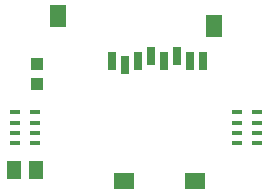
<source format=gbr>
G04 EAGLE Gerber RS-274X export*
G75*
%MOMM*%
%FSLAX34Y34*%
%LPD*%
%INSolderpaste Top*%
%IPPOS*%
%AMOC8*
5,1,8,0,0,1.08239X$1,22.5*%
G01*
%ADD10R,1.400000X1.900000*%
%ADD11R,1.800000X1.400000*%
%ADD12R,0.700000X1.500000*%
%ADD13R,1.240000X1.500000*%
%ADD14R,1.000000X1.075000*%
%ADD15R,0.900000X0.450000*%


D10*
X192850Y202710D03*
X60850Y211710D03*
D11*
X176850Y71710D03*
X116850Y71710D03*
D12*
X183850Y173710D03*
X172850Y173710D03*
X161850Y177710D03*
X150850Y173710D03*
X139850Y177710D03*
X128850Y173710D03*
X117850Y169710D03*
X106850Y173710D03*
D13*
X23520Y81280D03*
X42520Y81280D03*
D14*
X43180Y171060D03*
X43180Y154060D03*
D15*
X41520Y129840D03*
X24520Y129840D03*
X41520Y120840D03*
X41520Y112840D03*
X41520Y103840D03*
X24520Y103840D03*
X24520Y120840D03*
X24520Y112840D03*
X212480Y103840D03*
X229480Y103840D03*
X212480Y112840D03*
X212480Y120840D03*
X212480Y129840D03*
X229480Y129840D03*
X229480Y112840D03*
X229480Y120840D03*
M02*

</source>
